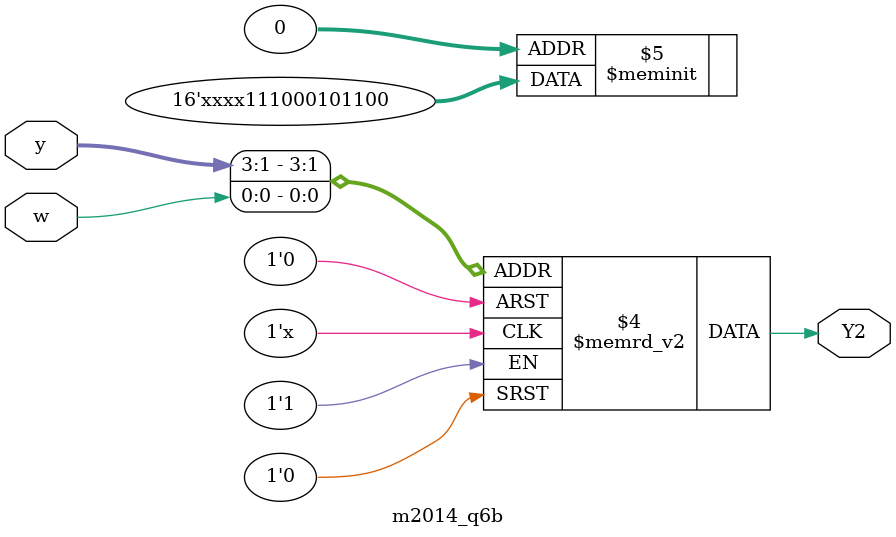
<source format=v>
module m2014_q6b(
	input [3:1] y,
	input w,
	output reg Y2);
 	
	always @(*) begin
		case ({y, w})
			4'h0: Y2 = 1'b0;
			4'h1: Y2 = 1'b0;
			4'h2: Y2 = 1'b1;
			4'h3: Y2 = 1'b1;
			4'h4: Y2 = 1'b0;
			4'h5: Y2 = 1'b1;
			4'h6: Y2 = 1'b0;
			4'h7: Y2 = 1'b0;
			4'h8: Y2 = 1'b0;
			4'h9: Y2 = 1'b1;
			4'ha: Y2 = 1'b1;
			4'hb: Y2 = 1'b1;
			default: Y2 = 1'bx;
		endcase
	end
	
endmodule
</source>
